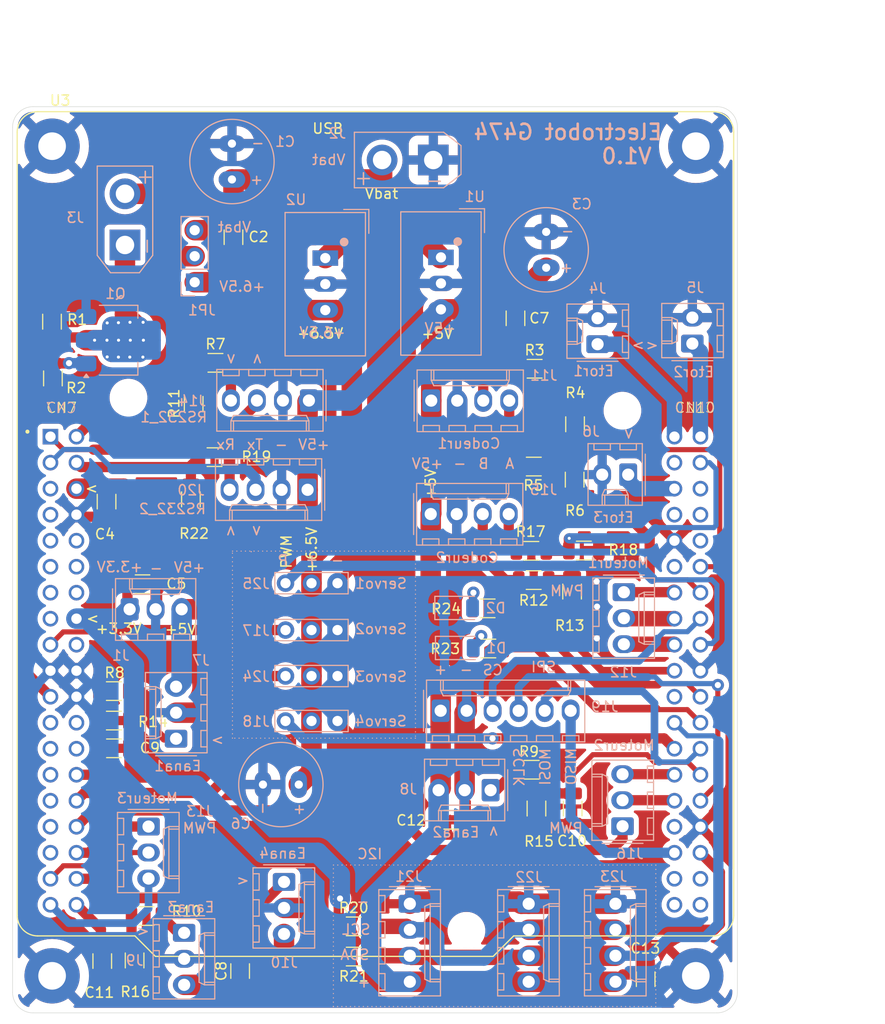
<source format=kicad_pcb>
(kicad_pcb (version 20240108) (generator "pcbnew") (generator_version "8.0")
  (layers (0 "F.Cu" signal) (31 "B.Cu" signal) (34 "B.Paste" user) (35 "F.Paste" user) (36 "B.SilkS" user "B.Silkscreen") (37 "F.SilkS" user "F.Silkscreen") (38 "B.Mask" user) (39 "F.Mask" user) (44 "Edge.Cuts" user))
  (net 0 "")
  (net 1 "GND")
  (net 2 "+5V")
  (net 3 "+3.3V")
  (net 4 "/VBAT")
  (net 5 "/+6.5V")
  (net 6 "/Eana1f")
  (net 7 "/Eana2f")
  (net 8 "/Eana3f")
  (net 9 "Net-(D1-A)")
  (net 10 "Net-(D2-A)")
  (net 11 "/I2C_SDA")
  (net 12 "/I2C_SCL")
  (net 13 "/Etor1")
  (net 14 "/Etor2")
  (net 15 "/Mot1_PWM")
  (net 16 "/Mot1_Sens2")
  (net 17 "/Mot1_Sens1")
  (net 18 "/Mot2_Sens2")
  (net 19 "/Mot2_Sens1")
  (net 20 "/Mot2_PWM")
  (net 21 "/Mot3_PWM")
  (net 22 "/Mot3_Sens1")
  (net 23 "/Mot3_Sens2")
  (net 24 "/Servo1_PWM")
  (net 25 "/Servo2_PWM")
  (net 26 "/Servo3_PWM")
  (net 27 "/Servo4_PWM")
  (net 28 "/SPI_MISO")
  (net 29 "/SPI_CLK")
  (net 30 "/SPI_MOSI")
  (net 31 "/SPI_CS1")
  (net 32 "/Eana1")
  (net 33 "/Eana2")
  (net 34 "/Eana3")
  (net 35 "/Eana4")
  (net 36 "/Etor3")
  (net 37 "/Cde_Mosfet")
  (net 38 "/Codeur1_B")
  (net 39 "/Codeur1_A")
  (net 40 "/Codeur2_B")
  (net 41 "/Codeur2_A")
  (net 42 "/LED1")
  (net 43 "/LED2")
  (net 44 "/DRAIN")
  (net 45 "Net-(J11-Pin_4)")
  (net 46 "Net-(J11-Pin_3)")
  (net 47 "Net-(J14-Pin_4)")
  (net 48 "/RS232_1_TX")
  (net 49 "Net-(J15-Pin_3)")
  (net 50 "Net-(J15-Pin_4)")
  (net 51 "/RS232_2_TX")
  (net 52 "Net-(J20-Pin_4)")
  (net 53 "/RS232_1_RX")
  (net 54 "/RS232_2_RX")
  (net 85 "/+Vmosfet")
  (footprint "Resistor_SMD:R_1206_3216Metric" (layer "F.Cu") (at 141.76 107.89)
    (property "Reference" "R9")
    (property "Value" "R")
  )
  (footprint "Resistor_SMD:R_1206_3216Metric" (layer "F.Cu") (at 100.945 103.09)
    (property "Reference" "R14")
    (property "Value" "R")
  )
  (footprint "Resistor_SMD:R_1206_3216Metric" (layer "F.Cu") (at 108.74 72.16 90)
    (property "Reference" "R11")
    (property "Value" "NC")
  )
  (footprint "MountingHole:MountingHole_2.7mm_M2.5_Pad" (layer "F.Cu") (at 157.8 128.02)
    (property "Reference" "H4" (hide yes))
    (property "Value" "MountingHole_Pad" (hide yes))
  )
  (footprint "Resistor_SMD:R_1206_3216Metric" (layer "F.Cu") (at 137.4575 92.13 180)
    (property "Reference" "R24")
    (property "Value" "470")
  )
  (footprint "Resistor_SMD:R_1206_3216Metric" (layer "F.Cu") (at 104.13 122.18 180)
    (property "Reference" "R10")
    (property "Value" "R")
  )
  (footprint "Capacitor_SMD:C_1206_3216Metric" (layer "F.Cu") (at 133.9 112.78)
    (property "Reference" "C12")
    (property "Value" "100n")
  )
  (footprint "Resistor_SMD:R_1206_3216Metric" (layer "F.Cu") (at 137.5275 96.05 180)
    (property "Reference" "R23")
    (property "Value" "470")
  )
  (footprint "Resistor_SMD:R_1206_3216Metric" (layer "F.Cu") (at 94.9 64.13 90)
    (property "Reference" "R1")
    (property "Value" "1M")
  )
  (footprint "Resistor_SMD:R_1206_3216Metric" (layer "F.Cu") (at 146.86 86.48)
    (property "Reference" "R18")
    (property "Value" "18k")
  )
  (footprint "Capacitor_SMD:C_1206_3216Metric" (layer "F.Cu") (at 145.77 111.68 90)
    (property "Reference" "C10")
    (property "Value" "Value")
  )
  (footprint "Capacitor_SMD:C_1206_3216Metric" (layer "F.Cu") (at 100.945 105.8 180)
    (property "Reference" "C9")
    (property "Value" "Value")
  )
  (footprint "Resistor_SMD:R_1206_3216Metric" (layer "F.Cu") (at 142.23 111.68 -90)
    (property "Reference" "R15")
    (property "Value" "R")
  )
  (footprint "MountingHole:MountingHole_2.7mm_M2.5_Pad" (layer "F.Cu") (at 94.91 128.02)
    (property "Reference" "H3" (hide yes))
    (property "Value" "MountingHole_Pad" (hide yes))
  )
  (footprint "Resistor_SMD:R_1206_3216Metric" (layer "F.Cu") (at 100.945 100.21 180)
    (property "Reference" "R8")
    (property "Value" "R")
  )
  (footprint "Capacitor_SMD:C_1206_3216Metric" (layer "F.Cu") (at 112.63 55.88 -90)
    (property "Reference" "C2")
    (property "Value" "100n")
  )
  (footprint "Capacitor_SMD:C_1206_3216Metric" (layer "F.Cu") (at 103.745 89.77)
    (property "Reference" "C5")
    (property "Value" "100n")
  )
  (footprint "Resistor_SMD:R_1206_3216Metric" (layer "F.Cu") (at 145.71 90.49 -90)
    (property "Reference" "R13")
    (property "Value" "18k")
  )
  (footprint "Resistor_SMD:R_1206_3216Metric" (layer "F.Cu") (at 142.05 68.73)
    (property "Reference" "R3")
    (property "Value" "10k")
  )
  (footprint "Capacitor_SMD:C_1206_3216Metric" (layer "F.Cu") (at 152.9 128.35 -90)
    (property "Reference" "C13")
    (property "Value" "100n")
  )
  (footprint "Resistor_SMD:R_1206_3216Metric" (layer "F.Cu") (at 110.87 68.15 180)
    (property "Reference" "R7")
    (property "Value" "0")
  )
  (footprint "Resistor_SMD:R_1206_3216Metric" (layer "F.Cu") (at 108.47 81.48 90)
    (property "Reference" "R22")
    (property "Value" "NC")
  )
  (footprint "Resistor_SMD:R_1206_3216Metric" (layer "F.Cu") (at 124.38 123.19)
    (property "Reference" "R20")
    (property "Value" "2.2k")
  )
  (footprint "MountingHole:MountingHole_2.7mm_M2.5_Pad" (layer "F.Cu") (at 157.8 46.99)
    (property "Reference" "H1" (hide yes))
    (property "Value" "MountingHole_Pad" (hide yes))
  )
  (footprint "MountingHole:MountingHole_2.7mm_M2.5_Pad" (layer "F.Cu") (at 94.91 46.99)
    (property "Reference" "H2" (hide yes))
    (property "Value" "MountingHole_Pad" (hide yes))
  )
  (footprint "Resistor_SMD:R_1206_3216Metric" (layer "F.Cu") (at 102.97 126.5175 -90)
    (property "Reference" "R16")
    (property "Value" "R")
  )
  (footprint "Resistor_SMD:R_1206_3216Metric" (layer "F.Cu") (at 141.96 89.37)
    (property "Reference" "R12")
    (property "Value" "10k")
  )
  (footprint "Resistor_SMD:R_1206_3216Metric" (layer "F.Cu") (at 124.38 126.14)
    (property "Reference" "R21")
    (property "Value" "2.2k")
  )
  (footprint "Capacitor_SMD:C_1206_3216Metric" (layer "F.Cu") (at 99.81 126.58 90)
    (property "Reference" "C11")
    (property "Value" "Value")
  )
  (footprint "Resistor_SMD:R_1206_3216Metric" (layer "F.Cu") (at 110.78 77.36 180)
    (property "Reference" "R19")
    (property "Value" "0")
  )
  (footprint "Capacitor_SMD:C_1206_3216Metric" (layer "F.Cu") (at 140.18 63.8 -90)
    (property "Reference" "C7")
    (property "Value" "100n")
  )
  (footprint "Nucleo-STM32:Nucleo64-G474RE_ExtensionShield_Bottom" (layer "F.Cu") (at 126.4997 84.87)
    (property "Reference" "U3")
    (property "Value" "Nucleo64-STM32G474RE")
  )
  (footprint "Resistor_SMD:R_1206_3216Metric" (layer "F.Cu") (at 141.73 86.51)
    (property "Reference" "R17")
    (property "Value" "10k")
  )
  (footprint "Resistor_SMD:R_1206_3216Metric" (layer "F.Cu") (at 146 74.15 90)
    (property "Reference" "R4")
    (property "Value" "18k")
  )
  (footprint "Resistor_SMD:R_1206_3216Metric" (layer "F.Cu") (at 94.99 69.67 -90)
    (property "Reference" "R2")
    (property "Value" "18k")
  )
  (footprint "Capacitor_SMD:C_1206_3216Metric" (layer "F.Cu") (at 100.23 81.705 -90)
    (property "Reference" "C4")
    (property "Value" "100n")
  )
  (footprint "Resistor_SMD:R_1206_3216Metric" (layer "F.Cu") (at 141.97 78.28)
    (property "Reference" "R5")
    (property "Value" "10k")
  )
  (footprint "Capacitor_SMD:C_1206_3216Metric" (layer "F.Cu") (at 113.28 127.555 90)
    (property "Reference" "C8")
    (property "Value" "100n")
  )
  (footprint "Resistor_SMD:R_1206_3216Metric" (layer "F.Cu") (at 145.96 79.56 -90)
    (property "Reference" "R6")
    (property "Value" "18k")
  )
  (footprint "XT30:AMASS_XT30UPB-F_1x02_P5.0mm_Vertical" (layer "B.Cu") (at 102.03 56.64 90)
    (property "Reference" "J3")
    (property "Value" "Conn_XT30F")
  )
  (footprint "Connector_Molex:Molex_KK-254_AE-6410-03A_1x03_P2.54mm_Vertical" (layer "B.Cu") (at 150.77 90.55 -90)
    (property "Reference" "J12")
    (property "Value" "Conn_01x04")
  )
  (footprint "LED_SMD:LED_1206_3216Metric" (layer "B.Cu") (at 134.6475 96)
    (property "Reference" "D1")
    (property "Value" "LED")
  )
  (footprint "Passive:C_Radial_D8.0mm_H11.5mm_P3.50mm" (layer "B.Cu") (at 119.01 109.34 180)
    (property "Reference" "C6")
    (property "Value" "220u")
  )
  (footprint "Connector_Molex:Molex_KK-254_AE-6410-03A_1x03_P2.54mm_Vertical" (layer "B.Cu") (at 102.485 92.22)
    (property "Reference" "J1")
    (property "Value" "Conn_01x03")
  )
  (footprint "Connector_Molex:Molex_KK-254_AE-6410-03A_1x03_P2.54mm_Vertical" (layer "B.Cu") (at 104.33 113.44 -90)
    (property "Reference" "J13")
    (property "Value" "Conn_01x04")
  )
  (footprint "Connector_Molex:Molex_KK-254_AE-6410-03A_1x03_P2.54mm_Vertical" (layer "B.Cu") (at 107.02 104.86 90)
    (property "Reference" "J7")
    (property "Value" "Conn_01x03")
  )
  (footprint "Connector_Molex:Molex_KK-254_AE-6410-04A_1x04_P2.54mm_Vertical" (layer "B.Cu") (at 120 71.83 180)
    (property "Reference" "J14")
    (property "Value" "Conn_01x04")
  )
  (footprint "Connector_Molex:Molex_KK-254_AE-6410-03A_1x03_P2.54mm_Vertical" (layer "B.Cu") (at 137.75 109.89 180)
    (property "Reference" "J8")
    (property "Value" "Conn_01x03")
  )
  (footprint "Connector_Molex:Molex_KK-254_AE-6410-03A_1x03_P2.54mm_Vertical" (layer "B.Cu") (at 117.57 118.85 -90)
    (property "Reference" "J10")
    (property "Value" "Conn_01x03")
  )
  (footprint "Connector_Molex:Molex_KK-254_AE-6410-03A_1x03_P2.54mm_Vertical" (layer "B.Cu") (at 107.81 123.82 -90)
    (property "Reference" "J9")
    (property "Value" "Conn_01x03")
  )
  (footprint "Servomotors:Servomotor-3x254" (layer "B.Cu") (at 117.7135 94.25)
    (property "Reference" "J17")
    (property "Value" "Conn_01x03")
  )
  (footprint "Connector_Molex:Molex_KK-254_AE-6410-04A_1x04_P2.54mm_Vertical" (layer "B.Cu") (at 141.47 120.98 -90)
    (property "Reference" "J22")
    (property "Value" "Conn_01x04")
  )
  (footprint "Convert_DCDC:Converter_DCDC_TRACO_TSR-2_THT" (layer "B.Cu") (at 121.6 57.92 -90)
    (property "Reference" "U2")
    (property "Value" "TSR_2-2465")
  )
  (footprint "XT30:AMASS_XT30UPB-M_1x02_P5.0mm_Vertical" (layer "B.Cu") (at 132.15 48.34 180)
    (property "Reference" "J2")
    (property "Value" "Conn_XT30M")
  )
  (footprint "LED_SMD:LED_1206_3216Metric" (layer "B.Cu") (at 134.5875 92.09)
    (property "Reference" "D2")
    (property "Value" "LED")
  )
  (footprint "Connector_Molex:Molex_KK-254_AE-6410-03A_1x03_P2.54mm_Vertical" (layer "B.Cu") (at 150.64 113.41 90)
    (property "Reference" "J16")
    (property "Value" "Conn_01x04")
  )
  (footprint "Convert_DCDC:Converter_DCDC_TRACO_TSR-2_THT" (layer "B.Cu") (at 132.9 57.85 -90)
    (property "Reference" "U1")
    (property "Value" "TSR_2-2450")
  )
  (footprint "Connector_PinHeader_2.54mm:PinHeader_1x03_P2.54mm_Vertical" (layer "B.Cu") (at 108.84 60.275)
    (property "Reference" "JP1")
    (property "Value" "SolderJumper_3_Open")
  )
  (footprint "Passive:C_Radial_D8.0mm_H11.5mm_P3.50mm" (layer "B.Cu") (at 143.18 58.86 90)
    (property "Reference" "C3")
    (property "Value" "220u")
  )
  (footprint "Connector_Molex:Molex_KK-254_AE-6410-06A_1x06_P2.54mm_Vertical" (layer "B.Cu") (at 132.87 102.13)
    (property "Reference" "J19")
    (property "Value" "Conn_01x06")
  )
  (footprint "Passive:C_Radial_D8.0mm_H11.5mm_P3.50mm" (layer "B.Cu") (at 112.48 50.24 90)
    (property "Reference" "C1")
    (property "Value" "220u")
  )
  (footprint "Connector_Molex:Molex_KK-254_AE-6410-04A_1x04_P2.54mm_Vertical" (layer "B.Cu") (at 131.95 71.84)
    (property "Reference" "J11")
    (property "Value" "Conn_01x04")
  )
  (footprint "Connector_Molex:Molex_KK-254_AE-6410-02A_1x02_P2.54mm_Vertical" (layer "B.Cu") (at 151.19 79.07 180)
    (property "Reference" "J6")
    (property "Value" "Conn_01x02")
  )
  (footprint "Connector_Molex:Molex_KK-254_AE-6410-04A_1x04_P2.54mm_Vertical" (layer "B.Cu") (at 129.86 120.98 -90)
    (property "Reference" "J21")
    (property "Value" "Conn_01x04")
  )
  (footprint "Package_TO_SOT_SMD:SOT-223-3_TabPin2" (layer "B.Cu") (at 101.38 65.94)
    (property "Reference" "Q1")
    (property "Value" "BSP-76")
  )
  (footprint "Servomotors:Servomotor-3x254" (layer "B.Cu") (at 117.7135 103.13)
    (property "Reference" "J18")
    (property "Value" "Conn_01x03")
  )
  (footprint "Connector_Molex:Molex_KK-254_AE-6410-04A_1x04_P2.54mm_Vertical" (layer "B.Cu") (at 119.87 80.55 180)
    (property "Reference" "J20")
    (property "Value" "Conn_01x04")
  )
  (footprint "Servomotors:Servomotor-3x254" (layer "B.Cu") (at 117.7135 98.74)
    (property "Reference" "J24")
    (property "Value" "Conn_01x03")
  )
  (footprint "Connector_Molex:Molex_KK-254_AE-6410-02A_1x02_P2.54mm_Vertical" (layer "B.Cu") (at 157.46 66.27 90)
    (property "Reference" "J5")
    (property "Value" "Conn_01x02")
  )
  (footprint "Connector_Molex:Molex_KK-254_AE-6410-04A_1x04_P2.54mm_Vertical" (layer "B.Cu") (at 131.9 82.92)
    (property "Reference" "J15")
    (property "Value" "Conn_01x04")
  )
  (footprint "Servomotors:Servomotor-3x254" (layer "B.Cu") (at 117.7135 89.67)
    (property "Reference" "J25")
    (property "Value" "Conn_01x03")
  )
  (footprint "Connector_Molex:Molex_KK-254_AE-6410-02A_1x02_P2.54mm_Vertical" (layer "B.Cu") (at 148.2 66.33 90)
    (property "Reference" "J4")
    (property "Value" "Conn_01x02")
  )
  (footprint "Connector_Molex:Molex_KK-254_AE-6410-04A_1x04_P2.54mm_Vertical" (layer "B.Cu") (at 149.95 120.98 -90)
    (property "Reference" "J23")
    (property "Value" "Conn_01x04")
  )
  (gr_rect (start 112.53 86.54) (end 130.41 104.81) (stroke (width 0.1) (type dot)) (fill none) (layer "B.SilkS"))
  (gr_rect (start 122.39 117.2) (end 153.89 131.02) (stroke (width 0.1) (type dot)) (fill none) (layer "B.SilkS"))
  (gr_circle (center 134.54 56.31) (end 134.916431 56.31) (stroke (width 0.1)) (fill solid) (layer "B.SilkS"))
  (gr_circle (center 123.44 56.35) (end 123.816431 56.35) (stroke (width 0.1)) (fill solid) (layer "B.SilkS"))
  (gr_rect (start 114.36 86.59) (end 114.36 86.59) (stroke (width 0.1) (type dash)) (fill none) (layer "B.SilkS"))
  (gr_arc (start 93.05 131.64) (mid 91.635786 131.054214) (end 91.05 129.64) (stroke (width 0.05)) (layer "Edge.Cuts"))
  (gr_line (start 91.05 129.64) (end 91.05 45.13) (stroke (width 0.05)) (layer "Edge.Cuts"))
  (gr_arc (start 159.86 43.13) (mid 161.274214 43.715786) (end 161.86 45.13) (stroke (width 0.05)) (layer "Edge.Cuts"))
  (gr_line (start 161.86 45.13) (end 161.86 129.64) (stroke (width 0.05)) (layer "Edge.Cuts"))
  (gr_arc (start 91.05 45.13) (mid 91.635786 43.715786) (end 93.05 43.13) (stroke (width 0.05)) (layer "Edge.Cuts"))
  (gr_line (start 93.05 43.13) (end 159.86 43.13) (stroke (width 0.05)) (layer "Edge.Cuts"))
  (gr_arc (start 161.86 129.64) (mid 161.274214 131.054214) (end 159.86 131.64) (stroke (width 0.05)) (layer "Edge.Cuts"))
  (gr_line (start 159.86 131.64) (end 93.05 131.64) (stroke (width 0.05)) (layer "Edge.Cuts"))
  (gr_text "RS232_1" (at 110.15 74.04 0) (layer "B.SilkS") (effects (font (size 1 1)) (justify left bottom mirror)))
  (gr_text "Vbat" (at 114.44 55.48 0) (layer "B.SilkS") (effects (font (size 1 1)) (justify left bottom mirror)))
  (gr_text "+5V" (at 133.2 78.58 0) (layer "B.SilkS") (effects (font (size 1 1)) (justify left bottom mirror)))
  (gr_text "-" (at 118.02 76.72 0) (layer "B.SilkS") (effects (font (size 1 1)) (justify left bottom mirror)))
  (gr_text "+" (at 119.58 111.06 90) (layer "B.SilkS") (effects (font (size 1 1)) (justify left bottom mirror)))
  (gr_text "<" (at 110.35 104.5 180) (layer "B.SilkS") (effects (font (size 1 1)) (justify left bottom mirror)))
  (gr_text "Moteur1" (at 153.3 88.26 0) (layer "B.SilkS") (effects (font (size 1 1)) (justify left bottom mirror)))
  (gr_text "-" (at 115.73 47.25 0) (layer "B.SilkS") (effects (font (size 1 1)) (justify left bottom mirror)))
  (gr_text "Eana4" (at 119.82 116.65 0) (layer "B.SilkS") (effects (font (size 1 1)) (justify left bottom mirror)))
  (gr_text "Rx" (at 112.88 76.72 0) (layer "B.SilkS") (effects (font (size 1 1)) (justify left bottom mirror)))
  (gr_text "I2C" (at 127.26 116.7 0) (layer "B.SilkS") (effects (font (size 1 1)) (justify left bottom mirror)))
  (gr_text "-" (at 125.98 121.34 0) (layer "B.SilkS") (effects (font (size 1 1)) (justify left bottom mirror)))
  (gr_text "<" (at 138.56 113.17 90) (layer "B.SilkS") (effects (font (size 1 1)) (justify left bottom mirror)))
  (gr_text "<" (at 150.73 75.81 -90) (layer "B.SilkS") (effects (font (size 1 1)) (justify left bottom mirror)))
  (gr_text "+5V" (at 134.45 65.36 0) (layer "B.SilkS") (effects (font (size 1 1)) (justify left bottom mirror)))
  (gr_text "<" (at 111.88 68.47 -90) (layer "B.SilkS") (effects (font (size 1 1)) (justify left bottom mirror)))
  (gr_text "PWM" (at 146.85 114.18 0) (layer "B.SilkS") (effects (font (size 1 1)) (justify left bottom mirror)))
  (gr_text "<" (at 104.52 124.2 0) (layer "B.SilkS") (effects (font (size 1 1)) (justify left bottom mirror)))
  (gr_text "MISO" (at 146.2 105.67 90) (layer "B.SilkS") (effects (font (size 1 1)) (justify left bottom mirror)))
  (gr_text "P" (at 118.05 88.03 0) (layer "B.SilkS") (effects (font (size 1 1)) (justify left bottom mirror)))
  (gr_text "SDA" (at 125.99 126.54 0) (layer "B.SilkS") (effects (font (size 1 1)) (justify left bottom mirror)))
  (gr_text "-" (at 146 55.85 0) (layer "B.SilkS") (effects (font (size 1 1)) (justify left bottom mirror)))
  (gr_text "-" (at 123.51 88 0) (layer "B.SilkS") (effects (font (size 1 1)) (justify left bottom mirror)))
  (gr_text "Codeur1" (at 138.8 76.61 0) (layer "B.SilkS") (effects (font (size 1 1)) (justify left bottom mirror)))
  (gr_text "Etor2" (at 159.66 69.63 0) (layer "B.SilkS") (effects (font (size 1 1)) (justify left bottom mirror)))
  (gr_text "Moteur2" (at 153.87 106.09 0) (layer "B.SilkS") (effects (font (size 1 1)) (justify left bottom mirror)))
  (gr_text "SCL" (at 126.1 124.08 0) (layer "B.SilkS") (effects (font (size 1 1)) (justify left bottom mirror)))
  (gr_text "+6.5V" (at 115.82 61.28 0) (layer "B.SilkS") (effects (font (size 1 1)) (justify left bottom mirror)))
  (gr_text "-" (at 116 110.94 90) (layer "B.SilkS") (effects (font (size 1 1)) (justify left bottom mirror)))
  (gr_text "Moteur3" (at 107.29 111.25 0) (layer "B.SilkS") (effects (font (size 1 1)) (justify left bottom mirror)))
  (gr_text "Etor1" (at 149.88 69.53 0) (layer "B.SilkS") (effects (font (size 1 1)) (justify left bottom mirror)))
  (gr_text "+" (at 115.61 50.83 0) (layer "B.SilkS") (effects (font (size 1 1)) (justify left bottom mirror)))
  (gr_text "Servo1" (at 129.66 90.29 0) (layer "B.SilkS") (effects (font (size 1 1)) (justify left bottom mirror)))
  (gr_text "SPI" (at 144.24 98.44 0) (layer "B.SilkS") (effects (font (size 1 1)) (justify left bottom mirror)))
  (gr_text "<" (at 114.37 85.26 -90) (layer "B.SilkS") (effects (font (size 1 1)) (justify left bottom mirror)))
  (gr_text "+" (at 126.1 129.23 0) (layer "B.SilkS") (effects (font (size 1 1)) (justify left bottom mirror)))
  (gr_text "Servo2" (at 129.66 94.72 0) (layer "B.SilkS") (effects (font (size 1 1)) (justify left bottom mirror)))
  (gr_text "Codeur2" (at 138.63 87.76 0) (layer "B.SilkS") (effects (font (size 1 1)) (justify left bottom mirror)))
  (gr_text "Etor3" (at 151.82 83.83 0) (layer "B.SilkS") (effects (font (size 1 1)) (justify left bottom mirror)))
  (gr_text "+5V" (at 122.11 76.72 0) (layer "B.SilkS") (effects (font (size 1 1)) (justify left bottom mirror)))
  (gr_text "A" (at 140.15 78.58 0) (layer "B.SilkS") (effects (font (size 1 1)) (justify left bottom mirror)))
  (gr_text "V1.0" (at 153.63 48.84 0) (layer "B.SilkS") (effects (font (size 1.5 1.5) (thickness 0.25) (bold yes)) (justify left bottom mirror)))
  (gr_text "<" (at 154.24 66.98 0) (layer "B.SilkS") (effects (font (size 1 1)) (justify left bottom mirror)))
  (gr_text "+6.5V" (at 123.66 65.76 0) (layer "B.SilkS") (effects (font (size 1 1)) (justify left bottom mirror)))
  (gr_text "Eana1" (at 109.57 108.12 0) (layer "B.SilkS") (effects (font (size 1 1)) (justify left bottom mirror)))
  (gr_text "PWM" (at 146.96 91.01 0) (layer "B.SilkS") (effects (font (size 1 1)) (justify left bottom mirror)))
  (gr_text "+" (at 145.88 59.43 0) (layer "B.SilkS") (effects (font (size 1 1)) (justify left bottom mirror)))
  (gr_text "-" (at 135.46 78.56 0) (layer "B.SilkS") (effects (font (size 1 1)) (justify left bottom mirror)))
  (gr_text "<" (at 151.45 65.94 180) (layer "B.SilkS") (effects (font (size 1 1)) (justify left bottom mirror)))
  (gr_text "-" (at 136.09 98.69 0) (layer "B.SilkS") (effects (font (size 1 1)) (justify left bottom mirror)))
  (gr_text "Vbat" (at 123.66 48.9 0) (layer "B.SilkS") (effects (font (size 1 1)) (justify left bottom mirror)))
  (gr_text "Electrobot G474" (at 154.64 46.49 0) (layer "B.SilkS") (effects (font (size 1.5 1.5) (thickness 0.25) (bold yes)) (justify left bottom mirror)))
  (gr_text "B" (at 137.66 78.58 0) (layer "B.SilkS") (effects (font (size 1 1)) (justify left bottom mirror)))
  (gr_text "PWM" (at 111.06 114.18 0) (layer "B.SilkS") (effects (font (size 1 1)) (justify left bottom mirror)))
  (gr_text "RS232_2" (at 110.03 83 0) (layer "B.SilkS") (effects (font (size 1 1)) (justify left bottom mirror)))
  (gr_text "Eana2" (at 136.74 114.58 0) (layer "B.SilkS") (effects (font (size 1 1)) (justify left bottom mirror)))
  (gr_text "<" (at 115.47 67.04 90) (layer "B.SilkS") (effects (font (size 1 1)) (justify left bottom mirror)))
  (gr_text "Eana3" (at 110.84 121.9 0) (layer "B.SilkS") (effects (font (size 1 1)) (justify left bottom mirror)))
  (gr_text "SCLK" (at 141.14 105.65 90) (layer "B.SilkS") (effects (font (size 1 1)) (justify left bottom mirror)))
  (gr_text "Servo3" (at 129.66 99.39 0) (layer "B.SilkS") (effects (font (size 1 1)) (justify left bottom mirror)))
  (gr_text "+3.3V" (at 103.86 88.68 0) (layer "B.SilkS") (effects (font (size 1 1)) (justify left bottom mirror)))
  (gr_text "+" (at 133.58 98.68 0) (layer "B.SilkS") (effects (font (size 1 1)) (justify left bottom mirror)))
  (gr_text "+" (at 121.01 87.94 0) (layer "B.SilkS") (effects (font (size 1 1)) (justify left bottom mirror)))
  (gr_text "<" (at 114.26 119.26 0) (layer "B.SilkS") (effects (font (size 1 1)) (justify left bottom mirror)))
  (gr_text "<" (at 112.88 83.84 90) (layer "B.SilkS") (effects (font (size 1 1)) (justify left bottom mirror)))
  (gr_text "Tx" (at 115.62 76.72 0) (layer "B.SilkS") (effects (font (size 1 1)) (justify left bottom mirror)))
  (gr_text "MOSI" (at 143.67 105.7 90) (layer "B.SilkS") (effects (font (size 1 1)) (justify left bottom mirror)))
  (gr_text "Servo4" (at 129.65 103.73 0) (layer "B.SilkS") (effects (font (size 1 1)) (justify left bottom mirror)))
  (gr_text "CS" (at 139.04 98.74 0) (layer "B.SilkS") (effects (font (size 1 1)) (justify left bottom mirror)))
  (gr_text "+5V" (at 109.96 88.72 0) (layer "B.SilkS") (effects (font (size 1 1)) (justify left bottom mirror)))
  (gr_text "-" (at 105.8 88.78 0) (layer "B.SilkS") (effects (font (size 1 1)) (justify left bottom mirror)))
  (gr_text "PWM" (at 118.39 88.33 90) (layer "F.SilkS") (effects (font (size 1 1)) (justify left bottom)))
  (gr_text "USB" (at 120.25 45.85 0) (layer "F.SilkS") (effects (font (size 1 1)) (justify left bottom)))
  (gr_text "<" (at 98.16 93.68 0) (layer "F.SilkS") (effects (font (size 1 1)) (justify left bottom)))
  (gr_text "+6.5V" (at 118.77 65.86 0) (layer "F.SilkS") (effects (font (size 1 1)) (justify left bottom)))
  (gr_text "+5V" (at 132.48 81.61 90) (layer "F.SilkS") (effects (font (size 1 1)) (justify left bottom)))
  (gr_text "+5V" (at 105.84 94.75 0) (layer "F.SilkS") (effects (font (size 1 1)) (justify left bottom)))
  (gr_text "+5V" (at 130.91 65.89 0) (layer "F.SilkS") (effects (font (size 1 1)) (justify left bottom)))
  (gr_text "<" (at 98.05 80.97 0) (layer "F.SilkS") (effects (font (size 1 1)) (justify left bottom)))
  (gr_text "Vbat" (at 125.38 52.2 0) (layer "F.SilkS") (effects (font (size 1 1)) (justify left bottom)))
  (gr_text "+6.5V" (at 120.85 88.75 90) (layer "F.SilkS") (effects (font (size 1 1)) (justify left bottom)))
  (gr_text "+3.3V" (at 99.09 94.7 0) (layer "F.SilkS") (effects (font (size 1 1)) (justify left bottom)))
  (segment (start 152.9 129.825) (end 151.675 129.825) (width 1) (layer "F.Cu") (net 1))
  (segment (start 105.025 92.22) (end 105.025 89.965) (width 1) (layer "F.Cu") (net 1))
  (segment (start 100.23 83.18) (end 97.4897 83.18) (width 1) (layer "F.Cu") (net 1))
  (segment (start 135.21 102.33) (end 135.41 102.13) (width 2) (layer "F.Cu") (net 1))
  (segment (start 151.675 129.825) (end 151.02 130.48) (width 1) (layer "F.Cu") (net 1))
  (segment (start 135.41 102.13) (end 135.41 99.98) (width 2) (layer "F.Cu") (net 1))
  (segment (start 130.07 120.77) (end 129.86 120.98) (width 2) (layer "F.Cu") (net 1))
  (segment (start 135.21 109.89) (end 135.21 102.33) (width 2) (layer "F.Cu") (net 1))
  (segment (start 140.74 120.98) (end 140.53 120.77) (width 2) (layer "F.Cu") (net 1))
  (segment (start 134.49 71.84) (end 134.49 82.87) (width 2) (layer "F.Cu") (net 1))
  (segment (start 135.21 109.89) (end 135.21 112.615) (width 1) (layer "F.Cu") (net 1))
  (segment (start 140.53 120.77) (end 130.07 120.77) (width 2) (layer "F.Cu") (net 1))
  (segment (start 117.57 121.39) (end 119.98 121.39) (width 2) (layer "F.Cu") (net 1))
  (segment (start 97.4897 83.18) (end 97.2897 82.98) (width 1) (layer "F.Cu") (net 1))
  (segment (start 149.95 120.98) (end 141.47 120.98) (width 2) (layer "F.Cu") (net 1))
  (segment (start 105.025 89.965) (end 105.22 89.77) (width 1) (layer "F.Cu") (net 1))
  (segment (start 107.02 102.32) (end 109.7 102.32) (width 2) (layer "F.Cu") (net 1))
  (segment (start 135.21 112.615) (end 135.375 112.78) (width 1) (layer "F.Cu") (net 1))
  (segment (start 109.7 102.32) (end 109.71 102.33) (width 2) (layer "F.Cu") (net 1))
  (segment (start 141.47 120.98) (end 140.74 120.98) (width 2) (layer "F.Cu") (net 1))
  (via (at 148.15 91.96) (size 1.2) (drill 0.6) (layers "F.Cu" "B.Cu") (net 1))
  (via (at 148.13 95.06) (size 1.2) (drill 0.6) (layers "F.Cu" "B.Cu") (net 1))
  (via (at 148.11 89.5) (size 1.2) (drill 0.6) (layers "F.Cu" "B.Cu") (net 1))
  (segment (start 134.49 82.87) (end 134.44 82.92) (width 2) (layer "B.Cu") (net 1))
  (segment (start 134.49 71.84) (end 134.49 82.87) (width 2) (layer "B.Cu") (net 1))
  (segment (start 122.7935 89.67) (end 122.7935 103.13) (width 2) (layer "B.Cu") (net 1))
  (segment (start 155.07 128.02) (end 153.36 129.73) (width 2) (layer "B.Cu") (net 1))
  (segment (start 157.8 128.02) (end 155.07 128.02) (width 2) (layer "B.Cu") (net 1))
  (segment (start 131.95 71.84) (end 131.95 64.97) (width 2) (layer "F.Cu") (net 2))
  (segment (start 131.9 97.97) (end 132.87 98.94) (width 2) (layer "F.Cu") (net 2))
  (segment (start 110.435 92.22) (end 115.6825 86.9725) (width 2) (layer "F.Cu") (net 2))
  (segment (start 107.81 128.9) (end 116.08 128.9) (width 2) (layer "F.Cu") (net 2))
  (segment (start 132.9 62.93) (end 139.11 62.93) (width 2) (layer "F.Cu") (net 2))
  (segment (start 101.88 80.44) (end 108.4125 86.9725) (width 2) (layer "F.Cu") (net 2))
  (segment (start 132.9 64.02) (end 132.9 62.93) (width 2) (layer "F.Cu") (net 2))
  (segment (start 107.565 92.22) (end 110.435 92.22) (width 2) (layer "F.Cu") (net 2))
  (segment (start 115.6825 86.9725) (end 119.87 82.785) (width 2) (layer "F.Cu") (net 2))
  (segment (start 132.67 109.89) (end 132.67 112.535) (width 1) (layer "F.Cu") (net 2))
  (segment (start 132.87 98.94) (end 132.87 102.13) (width 2) (layer "F.Cu") (net 2))
  (segment (start 131.9 82.92) (end 131.9 97.97) (width 2) (layer "F.Cu") (net 2))
  (segment (start 131.95 71.84) (end 131.95 82.87) (width 2) (layer "F.Cu") (net 2))
  (segment (start 116.38 128.6) (end 129.86 128.6) (width 2) (layer "F.Cu") (net 2))
  (segment (start 97.2897 80.44) (end 101.88 80.44) (width 2) (layer "F.Cu") (net 2))
  (segment (start 132.87 109.69) (end 132.67 109.89) (width 2) (layer "F.Cu") (net 2))
  (segment (start 97.4997 80.23) (end 97.2897 80.44) (width 1) (layer "F.Cu") (net 2))
  (segment (start 116.08 128.9) (end 117.57 127.41) (width 2) (layer "F.Cu") (net 2))
  (segment (start 131.95 64.97) (end 132.9 64.02) (width 2) (layer "F.Cu") (net 2))
  (segment (start 150.66 127.89) (end 149.95 128.6) (width 1) (layer "F.Cu") (net 2))
  (segment (start 129.86 128.6) (end 141.47 128.6) (width 2) (layer "F.Cu") (net 2))
  (segment (start 117.57 127.41) (end 117.57 123.93) (width 2) (layer "F.Cu") (net 2))
  (segment (start 119.87 80.55) (end 119.87 71.96) (width 2) (layer "F.Cu") (net 2))
  (segment (start 152.9 126.875) (end 151.885 127.89) (width 1) (layer "F.Cu") (net 2))
  (segment (start 119.87 71.96) (end 120 71.83) (width 2) (layer "F.Cu") (net 2))
  (segment (start 151.885 127.89) (end 150.66 127.89) (width 1) (layer "F.Cu") (net 2))
  (segment (start 108.4125 86.9725) (end 115.6825 86.9725) (width 2) (layer "F.Cu") (net 2))
  (segment (start 132.67 112.535) (end 132.425 112.78) (width 1) (layer "F.Cu") (net 2))
  (segment (start 100.23 80.23) (end 97.4997 80.23) (width 1) (layer "F.Cu") (net 2))
  (segment (start 141.47 128.6) (end 149.95 128.6) (width 2) (layer "F.Cu") (net 2))
  (segment (start 119.87 82.785) (end 119.87 80.55) (width 2) (layer "F.Cu") (net 2))
  (segment (start 132.87 105.01) (end 132.87 109.69) (width 2) (layer "F.Cu") (net 2))
  (segment (start 131.95 82.87) (end 131.9 82.92) (width 2) (layer "F.Cu") (net 2))
  (segment (start 132.87 102.13) (end 132.87 105.01) (width 2) (layer "F.Cu") (net 2))
  (segment (start 116.08 128.9) (end 116.38 128.6) (width 2) (layer "F.Cu") (net 2))
  (segment (start 139.11 62.93) (end 143.18 58.86) (width 2) (layer "F.Cu") (net 2))
  (segment (start 107.565 99.235) (end 107.02 99.78) (width 2) (layer "B.Cu") (net 2))
  (segment (start 132.67 109.89) (end 132.67 113.95127) (width 2) (layer "B.Cu") (net 2))
  (segment (start 107.565 92.22) (end 107.565 99.235) (width 2) (layer "B.Cu") (net 2))
  (segment (start 120 71.83) (end 124 71.83) (width 2) (layer "B.Cu") (net 2))
  (segment (start 126.08 120.54127) (end 126.08 126.81) (width 2) (layer "B.Cu") (net 2))
  (segment (start 132.67 113.95127) (end 126.08 120.54127) (width 2) (layer "B.Cu") (net 2))
  (segment (start 124 71.83) (end 132.9 62.93) (width 2) (layer "B.Cu") (net 2))
  (segment (start 126.08 126.81) (end 127.87 128.6) (width 2) (layer "B.Cu") (net 2))
  (segment (start 127.87 128.6) (end 129.86 128.6) (width 2) (layer "B.Cu") (net 2))
  (segment (start 122.9175 120.5925) (end 123.04 120.47) (width 1) (layer "F.Cu") (net 3))
  (segment (start 102.27 89.77) (end 102.27 92.005) (width 1) (layer "F.Cu") (net 3))
  (segment (start 122.9175 126.14) (end 122.9175 120.5925) (width 1) (layer "F.Cu") (net 3))
  (segment (start 102.27 92.005) (end 102.485 92.22) (width 1) (layer "F.Cu") (net 3))
  (via (at 123.04 120.47) (size 1.2) (drill 0.6) (layers "F.Cu" "B.Cu") (net 3))
  (segment (start 102.9 97.67267) (end 102.9 106.42) (width 2) (layer "B.Cu") (net 3))
  (segment (start 108.94 109.43) (end 115.52 116.01) (width 2) (layer "B.Cu") (net 3))
  (segment (start 105.91 109.43) (end 108.94 109.43) (width 2) (layer "B.Cu") (net 3))
  (segment (start 97.2897 93.14) (end 98.36733 93.14) (width 2) (layer "B.Cu") (net 3))
  (segment (start 98.36733 93.14) (end 102.9 97.67267) (width 2) (layer "B.Cu") (net 3))
  (segment (start 123.02 120.45) (end 123.04 120.47) (width 2) (layer "B.Cu") (net 3))
  (segment (start 115.52 116.01) (end 120.86 116.01) (width 2) (layer "B.Cu") (net 3))
  (segment (start 120.86 116.01) (end 123.02 118.17) (width 2) (layer "B.Cu") (net 3))
  (segment (start 102.9 106.42) (end 105.91 109.43) (width 2) (layer "B.Cu") (net 3))
  (segment (start 123.02 118.17) (end 123.02 120.45) (width 2) (layer "B.Cu") (net 3))
  (segment (start 97.2897 93.14) (end 101.565 93.14) (width 2) (layer "B.Cu") (net 3))
  (segment (start 101.565 93.14) (end 102.485 92.22) (width 2) (layer "B.Cu") (net 3))
  (segment (start 112.63 53.02) (end 112.63 50.39) (width 2) (layer "F.Cu") (net 4))
  (segment (start 127.15 48.34) (end 127.15 52.37) (width 2) (layer "F.Cu") (net 4))
  (segment (start 112.63 54.405) (end 112.63 53.02) (width 2) (layer "F.Cu") (net 4))
  (segment (start 127.15 52.1) (end 132.9 57.85) (width 2) (layer "F.Cu") (net 4))
  (segment (start 108.84 55.195) (end 110.455 55.195) (width 2) (layer "F.Cu") (net 4))
  (segment (start 110.455 55.195) (end 112.63 53.02) (width 2) (layer "F.Cu") (net 4))
  (segment (start 132.83 57.92) (end 132.9 57.85) (width 2) (layer "F.Cu") (net 4))
  (segment (start 112.63 50.39) (end 112.48 50.24) (width 2) (layer "F.Cu") (net 4))
  (segment (start 127.15 52.37) (end 121.6 57.92) (width 2) (layer "F.Cu") (net 4))
  (segment (start 126.9 50.24) (end 127.15 50.49) (width 2) (layer "F.Cu") (net 4))
  (segment (start 112.48 50.24) (end 126.9 50.24) (width 2) (layer "F.Cu") (net 4))
  (segment (start 127.15 48.34) (end 127.15 50.49) (width 2) (layer "F.Cu") (net 4))
  (segment (start 127.15 50.49) (end 127.15 52.1) (width 2) (layer "F.Cu") (net 4))
  (segment (start 120.2535 108.0965) (end 119.01 109.34) (width 2) (layer "F.Cu") (net 5))
  (segment (start 124.19 64.53) (end 124.19 83.21) (width 2) (layer "F.Cu") (net 5))
  (segment (start 118.01 63.02) (end 118.03 63) (width 2) (layer "F.Cu") (net 5))
  (segment (start 115.265 60.275) (end 118.01 63.02) (width 2) (layer "F.Cu") (net 5))
  (segment (start 122.05 85.35) (end 120.2535 87.1465) (width 2) (layer "F.Cu") (net 5))
  (segment (start 120.2535 103.13) (end 120.2535 98.74) (width 2) (layer "F.Cu") (net 5))
  (segment (start 120.2535 94.25) (end 120.2535 98.74) (width 2) (layer "F.Cu") (net 5))
  (segment (start 122.66 63) (end 124.19 64.53) (width 2) (layer "F.Cu") (net 5))
  (segment (start 108.84 60.275) (end 115.265 60.275) (width 2) (layer "F.Cu") (net 5))
  (segment (start 120.2535 103.13) (end 120.2535 108.0965) (width 2) (layer "F.Cu") (net 5))
  (segment (start 124.19 83.21) (end 122.05 85.35) (width 2) (layer "F.Cu") (net 5))
  (segment (start 118.03 63) (end 121.6 63) (width 2) (layer "F.Cu") (net 5))
  (segment (start 121.6 63) (end 122.66 63) (width 2) (layer "F.Cu") (net 5))
  (segment (start 120.2535 89.67) (end 120.2535 94.25) (width 2) (layer "F.Cu") (net 5))
  (segment (start 120.2535 87.1465) (end 120.2535 89.67) (width 2) (layer "F.Cu") (net 5))
  (segment (start 99.4825 105.7875) (end 99.47 105.8) (width 0.75) (layer "F.Cu") (net 6))
  (segment (start 99.47 107.78) (end 99.47 105.8) (width 1) (layer "F.Cu") (net 6))
  (segment (start 99.4825 100.21) (end 99.4825 105.7875) (width 1) (layer "F.Cu") (net 6))
  (segment (start 98.87 108.38) (end 99.47 107.78) (width 1) (layer "F.Cu") (net 6))
  (segment (start 97.2897 108.38) (end 98.87 108.38) (width 1) (layer "F.Cu") (net 6))
  (segment (start 143.2225 107.89) (end 143.2225 109.225) (width 1) (layer "F.Cu") (net 7))
  (segment (start 158.2497 108.38) (end 157.0377 107.168) (width 0.5) (layer "F.Cu") (net 7))
  (segment (start 143.2225 107.89) (end 143.2225 109.0025) (width 1) (layer "F.Cu") (net 7))
  (segment (start 143.2225 109.0025) (end 144.425 110.205) (width 1) (layer "F.Cu") (net 7))
  (segment (start 145.77 108.39) (end 145.77 110.205) (width 0.5) (layer "F.Cu") (net 7))
  (segment (start 144.425 110.205) (end 145.77 110.205) (width 1) (layer "F.Cu") (net 7))
  (segment (start 153.01 106.42) (end 153.04 106.42) (width 0.5) (layer "F.Cu") (net 7))
  (segment (start 143.2225 109.225) (end 142.23 110.2175) (width 1) (layer "F.Cu") (net 7))
  (segment (start 153.758 107.168) (end 153.01 106.42) (width 0.5) (layer "F.Cu") (net 7))
  (segment (start 153.04 106.42) (end 147.74 106.42) (width 0.5) (layer "F.Cu") (net 7))
  (segment (start 153.04 106.42) (end 153.47 106.85) (width 0.5) (layer "F.Cu") (net 7))
  (segment (start 157.0377 107.168) (end 153.758 107.168) (width 0.5) (layer "F.Cu") (net 7))
  (segment (start 147.74 106.42) (end 145.77 108.39) (width 0.5) (layer "F.Cu") (net 7))
  (segment (start 97.2897 121.08) (end 99.68 123.4703) (width 1) (layer "F.Cu") (net 8))
  (segment (start 102.97 125.055) (end 99.86 125.055) (width 1) (layer "F.Cu") (net 8))
  (segment (start 99.86 125.055) (end 99.81 125.105) (width 1) (layer "F.Cu") (net 8))
  (segment (start 102.6675 122.18) (end 102.6675 124.7525) (width 1) (layer "F.Cu") (net 8))
  (segment (start 99.68 123.4703) (end 99.68 124.975) (width 1) (layer "F.Cu") (net 8))
  (segment (start 102.6675 124.7525) (end 102.97 125.055) (width 1) (layer "F.Cu") (net 8))
  (segment (start 99.68 124.975) (end 99.81 125.105) (width 1) (layer "F.Cu") (net 8))
  (segment (start 136.065 96.05) (end 136.065 95.605) (width 0.75) (layer "F.Cu") (net 9))
  (segment (start 136.065 95.605) (end 136.83 94.84) (width 0.75) (layer "F.Cu") (net 9))
  (via (at 136.83 94.84) (size 1.2) (drill 0.6) (layers "F.Cu" "B.Cu") (net 9))
  (segment (start 136.83 95.2175) (end 136.0475 96) (width 0.75) (layer "B.Cu") (net 9))
  (segment (start 136.0175 96.03) (end 136.0475 96) (width 0.5) (layer "B.Cu") (net 9))
  (segment (start 136.83 94.84) (end 136.83 95.2175) (width 0.75) (layer "B.Cu") (net 9))
  (segment (start 135.995 90.675) (end 136.07 90.6) (width 0.75) (layer "F.Cu") (net 10))
  (segment (start 135.995 92.13) (end 135.995 90.675) (width 0.75) (layer "F.Cu") (net 10))
  (via (at 136.07 90.6) (size 1.2) (drill 0.6) (layers "F.Cu" "B.Cu") (net 10))
  (segment (start 136.07 90.6) (end 136.07 92.0075) (width 0.75) (layer "B.Cu") (net 10))
  (segment (start 136.07 92.0075) (end 135.9875 92.09) (width 0.75) (layer "B.Cu") (net 10))
  (segment (start 135.9375 92.14) (end 135.9875 92.09) (width 0.5) (layer "B.Cu") (net 10))
  (segment (start 141.31 126.22) (end 141.47 126.06) (width 1.5) (layer "F.Cu") (net 11))
  (segment (start 130.02 126.22) (end 141.31 126.22) (width 1.5) (layer "F.Cu") (net 11))
  (segment (start 129.86 126.06) (end 125.9225 126.06) (width 1.5) (layer "F.Cu") (net 11))
  (segment (start 141.47 126.06) (end 149.95 126.06) (width 2) (layer "F.Cu") (net 11))
  (segment (start 125.9225 126.06) (end 125.8425 126.14) (width 1.5) (layer "F.Cu") (net 11))
  (segment (start 129.86 126.06) (end 130.02 126.22) (width 1.5) (layer "F.Cu") (net 11))
  (segment (start 158.73 124.23) (end 160 122.96) (width 1) (layer "B.Cu") (net 11))
  (segment (start 154.64 124.76) (end 155.17 124.23) (width 1) (layer "B.Cu") (net 11))
  (segment (start 149.95 126.06) (end 153.34 126.06) (width 1) (layer "B.Cu") (net 11))
  (segment (start 160 122.96) (end 160 105.13) (width 1) (layer "B.Cu") (net 11))
  (segment (start 156.9897 104.58) (end 156.91985 104.51015) (width 0.5) (layer "B.Cu") (net 11))
  (segment (start 155.17 124.23) (end 158.73 124.23) (width 1) (layer "B.Cu") (net 11))
  (segment (start 160.03 105.1) (end 159.51 104.58) (width 0.5) (layer "B.Cu") (net 11))
  (segment (start 156.91985 104.51015) (end 155.7097 103.3) (width 0.5) (layer "B.Cu") (net 11))
  (segment (start 153.34 126.06) (end 154.64 124.76) (width 1) (layer "B.Cu") (net 11))
  (segment (start 159.51 104.58) (end 156.9897 104.58) (width 0.5) (layer "B.Cu") (net 11))
  (segment (start 158.2497 116) (end 160.15 117.9003) (width 1) (layer "F.Cu") (net 12))
  (segment (start 159.61 123.52) (end 149.95 123.52) (width 1) (layer "F.Cu") (net 12))
  (segment (start 160.15 117.9003) (end 160.15 122.98) (width 1) (layer "F.Cu") (net 12))
  (segment (start 141.47 123.52) (end 149.95 123.52) (width 2) (layer "F.Cu") (net 12))
  (segment (start 129.53 123.19) (end 129.86 123.52) (width 1.5) (layer "F.Cu") (net 12))
  (segment (start 125.8425 123.19) (end 129.53 123.19) (width 1.5) (layer "F.Cu") (net 12))
  (segment (start 160.15 122.98) (end 159.61 123.52) (width 1) (layer "F.Cu") (net 12))
  (segment (start 133.08 126.29) (end 132.49 125.7) (width 1.5) (layer "B.Cu") (net 12))
  (segment (start 132.41 124.16) (end 131.77 123.52) (width 1.5) (layer "B.Cu") (net 12))
  (segment (start 133.08 126.29) (end 137.09 126.29) (width 1.5) (layer "B.Cu") (net 12))
  (segment (start 129.86 123.52) (end 131.77 123.52) (width 1.5) (layer "B.Cu") (net 12))
  (segment (start 132.49 124.16) (end 132.41 124.16) (width 1.5) (layer "B.Cu") (net 12))
  (segment (start 139.86 123.52) (end 141.47 123.52) (width 1.5) (layer "B.Cu") (net 12))
  (segment (start 132.49 125.7) (end 132.49 124.16) (width 1.5) (layer "B.Cu") (net 12))
  (segment (start 137.09 126.29) (end 139.86 123.52) (width 1.5) (layer "B.Cu") (net 12))
  (segment (start 148.2 66.33) (end 150.39 66.33) (width 1.5) (layer "B.Cu") (net 13))
  (segment (start 155.7097 71.6497) (end 155.7097 75.36) (width 1.5) (layer "B.Cu") (net 13))
  (segment (start 150.39 66.33) (end 155.7097 71.6497) (width 1.5) (layer "B.Cu") (net 13))
  (segment (start 158.2497 75.36) (end 158.2497 67.0597) (width 1.5) (layer "B.Cu") (net 14))
  (segment (start 158.2497 67.0597) (end 157.46 66.27) (width 1.5) (layer "B.Cu") (net 14))
  (segment (start 155.6597 90.55) (end 155.7097 90.6) (width 1.5) (layer "F.Cu") (net 15))
  (segment (start 150.77 90.55) (end 155.6597 90.55) (width 1) (layer "F.Cu") (net 15))
  (segment (start 155.7097 93.14) (end 150.82 93.14) (width 1.5) (layer "F.Cu") (net 16))
  (segment (start 150.82 93.14) (end 150.77 93.09) (width 1.5) (layer "F.Cu") (net 16))
  (segment (start 155.6597 95.63) (end 155.7097 95.68) (width 1.5) (layer "F.Cu") (net 17))
  (segment (start 150.77 95.63) (end 155.6597 95.63) (width 1.5) (layer "F.Cu") (net 17))
  (segment (start 155.6597 110.87) (end 155.7097 110.92) (width 1) (layer "F.Cu") (net 18))
  (segment (start 150.64 110.87) (end 155.6597 110.87) (width 1) (layer "F.Cu") (net 18))
  (segment (start 150.64 108.33) (end 155.6597 108.33) (width 1) (layer "F.Cu") (net 19))
  (segment (start 155.6597 108.33) (end 155.7097 108.38) (width 1) (layer "F.Cu") (net 19))
  (segment (start 128.15 111.87) (end 132.01 115.73) (width 1) (layer "F.Cu") (net 20))
  (segment (start 149.54 115.73) (end 150.64 114.63) (width 1) (layer "F.Cu") (net 20))
  (segment (start 97.2897 113.46) (end 98.8797 111.87) (width 1) (layer "F.Cu") (net 20))
  (segment (start 150.64 114.63) (end 150.64 113.41) (width 1) (layer "F.Cu") (net 20))
  (segment (start 98.8797 111.87) (end 128.15 111.87) (width 1) (layer "F.Cu") (net 20))
  (segment (start 132.01 115.73) (end 149.54 115.73) (width 1) (layer "F.Cu") (net 20))
  (segment (start 101.07 113.44) (end 104.33 113.44) (width 1) (layer "F.Cu") (net 21))
  (segment (start 97.2897 116) (end 98.51 116) (width 1) (layer "F.Cu") (net 21))
  (segment (start 98.51 116) (end 101.07 113.44) (width 1) (layer "F.Cu") (net 21))
  (segment (start 102.91 122.87) (end 104.33 121.45) (width 0.75) (layer "B.Cu") (net 22))
  (segment (start 94.7497 121.08) (end 96.5397 122.87) (width 0.75) (layer "B.Cu") (net 22))
  (segment (start 104.33 121.45) (end 104.33 118.52) (width 0.75) (layer "B.Cu") (net 22))
  (segment (start 96.5397 122.87) (end 102.91 122.87) (width 0.75) (layer "B.Cu") (net 22))
  (segment (start 96.00485 117.27) (end 96.00485 117.28485) (width 0.5) (layer "F.Cu") (net 23))
  (segment (start 96.00485 117.27) (end 101.43515 117.27) (width 0.5) (layer "F.Cu") (net 23))
  (segment (start 96.00485 117.28485) (end 94.7497 118.54) (width 0.5) (layer "F.Cu") (net 23))
  (segment (start 102.72515 115.98) (end 104.33 115.98) (width 0.5) (layer "F.Cu") (net 23))
  (segment (start 101.43515 117.27) (end 102.72515 115.98) (width 0.5) (layer "F.Cu") (net 23))
  (segment (start 159.36 89.34) (end 159.408 89.388) (width 0.5) (layer "B.Cu") (net 24))
  (segment (start 153.55 89.25) (end 153.688 89.388) (width 0.5) (layer "B.Cu") (net 24))
  (segment (start 152.27 87.97) (end 153.55 89.25) (width 1) (layer "B.Cu") (net 24))
  (segment (start 119.4135 87.97) (end 152.27 87.97) (width 1) (layer "B.Cu") (net 24))
  (segment (start 153.7 89.34) (end 159.36 89.34) (width 0.5) (layer "B.Cu") (net 24))
  (segment (start 159.408 89.388) (end 159.86 89.84) (width 0.5) (layer "B.Cu") (net 24))
  (segment (start 159.86 89.84) (end 159.86 95.09) (width 0.5) (layer "B.Cu") (net 24))
  (segment (start 158.3697 95.56) (end 158.2497 95.68) (width 0.5) (layer "B.Cu") (net 24))
  (segment (start 159.39 95.56) (end 158.3697 95.56) (width 0.5) (layer "B.Cu") (net 24))
  (segment (start 117.7135 89.67) (end 119.4135 87.97) (width 1) (layer "B.Cu") (net 24))
  (segment (start 159.86 95.09) (end 159.39 95.56) (width 0.5) (layer "B.Cu") (net 24))
  (segment (start 96.07985 94.43) (end 95.9997 94.43) (width 0.5) (layer "F.Cu") (net 25))
  (segment (start 98.86015 94.43) (end 96.07985 94.43) (width 0.5) (layer "F.Cu") (net 25))
  (segment (start 117.7135 94.25) (end 98.96 94.25) (width 1) (layer "F.Cu") (net 25))
  (segment (start 98.96 94.25) (end 98.858 94.352) (width 0.5) (layer "F.Cu") (net 25))
  (segment (start 95.9997 94.43) (end 94.7497 95.68) (width 0.5) (layer "F.Cu") (net 25))
  (segment (start 117.7135 98.74) (end 115.93 98.74) (width 1) (layer "F.Cu") (net 26))
  (segment (start 115.05 105.5) (end 115.05 99.62) (width 1) (layer "F.Cu") (net 26))
  (segment (start 115.93 98.74) (end 115.05 99.62) (width 1) (layer "F.Cu") (net 26))
  (segment (start 98.051699 110.158001) (end 110.391999 110.158001) (width 1) (layer "F.Cu") (net 26))
  (segment (start 110.391999 110.158001) (end 115.05 105.5) (width 1) (layer "F.Cu") (net 26))
  (segment (start 97.2897 110.92) (end 98.051699 110.158001) (width 1) (layer "F.Cu") (net 26))
  (segment (start 154.6997 104.83) (end 155.7097 105.84) (width 1) (layer "F.Cu") (net 27))
  (segment (start 137.94 104.83) (end 154.6997 104.83) (width 1) (layer "F.Cu") (net 27))
  (via (at 137.94 104.83) (size 1.2) (drill 0.6) (layers "F.Cu" "B.Cu") (net 27))
  (segment (start 119.4135 104.83) (end 117.7135 103.13) (width 1) (layer "B.Cu") (net 27))
  (segment (start 137.94 104.83) (end 119.4135 104.83) (width 1) (layer "B.Cu") (net 27))
  (segment (start 149.03 116) (end 155.7097 116) (width 1) (layer "B.Cu") (net 28))
  (segment (start 145.57 102.13) (end 145.57 112.54) (width 1) (layer "B.Cu") (net 28))
  (segment (start 145.57 112.54) (end 149.03 116) (width 1) (layer "B.Cu") (net 28))
  (segment (start 159.95 109.2197) (end 158.2497 110.92) (width 0.5) (layer "F.Cu") (net 29))
  (segment (start 159.95 99.62) (end 159.95 109.2197) (width 0.5) (layer "F.Cu") (net 29))
  (via (at 159.95 99.62) (size 1.2) (drill 0.6) (layers "F.Cu" "B.Cu") (net 29))
  (segment (start 153.12 98.84) (end 141.46 98.84) (width 0.75) (layer "B.Cu") (net 29))
  (segment (start 140.49 99.81) (end 140.49 102.13) (width 0.75) (layer "B.Cu") (net 29))
  (segment (start 153.12 98.84) (end 153.83 98.84) (width 0.5) (layer "B.Cu") (net 29))
  (segment (start 159.81 99.48) (end 159.95 99.62) (width 0.5) (layer "B.Cu") (net 29))
  (segment (start 141.46 98.84) (end 140.49 99.81) (width 0.75) (layer "B.Cu") (net 29))
  (segment (start 153.83 98.84) (end 154.47 99.48) (width 0.5) (layer "B.Cu") (net 29))
  (segment (start 154.47 99.48) (end 159.81 99.48) (width 0.5) (layer "B.Cu") (net 29))
  (segment (start 153.76 101.4) (end 153.76 106.21) (width 0.75) (layer "B.Cu") (net 30))
  (segment (start 156.91 107.11) (end 156.9797 107.11) (width 0.5) (layer "B.Cu") (net 30))
  (segment (start 143.03 102.13) (end 143.03 100.99) (width 0.75) (layer "B.Cu") (net 30))
  (segment (start 153.76 106.68) (end 154.21 107.13) (width 0.75) (layer "B.Cu") (net 30))
  (segment (start 154.21 107.13) (end 156.89 107.13) (width 0.5) (layer "B.Cu") (net 30))
  (segment (start 143.03 100.99) (end 143.79 100.23) (width 0.75) (layer "B.Cu") (net 30))
  (segment (start 156.9797 107.11) (end 158.2497 105.84) (width 0.5) (layer "B.Cu") (net 30))
  (segment (start 156.89 107.13) (end 156.91 107.11) (width 0.5) (layer "B.Cu") (net 30))
  (segment (start 152.59 100.23) (end 153.76 101.4) (width 0.75) (layer "B.Cu") (net 30))
  (segment (start 143.79 100.23) (end 152.59 100.23) (width 0.75) (layer "B.Cu") (net 30))
  (segment (start 153.76 106.21) (end 153.76 106.68) (width 0.75) (layer "B.Cu") (net 30))
  (segment (start 156.9797 94.41) (end 158.2497 93.14) (width 0.5) (layer "B.Cu") (net 31))
  (segment (start 154.642 94.468) (end 154.7 94.41) (width 0.5) (layer "B.Cu") (net 31))
  (segment (start 154.028896 95.471104) (end 154.028896 95.081104) (width 0.75) (layer "B.Cu") (net 31))
  (segment (start 154.028896 95.081104) (end 154.642 94.468) (width 0.5) (layer "B.Cu") (net 31))
  (segment (start 137.95 102.13) (end 137.95 99.51) (width 0.75) (layer "B.Cu") (net 31))
  (segment (start 137.95 99.51) (end 140.21 97.25) (width 0.75) (layer "B.Cu") (net 31))
  (segment (start 154.7 94.41) (end 156.9797 94.41) (width 0.5) (layer "B.Cu") (net 31))
  (segment (start 152.25 97.25) (end 154.028896 95.471104) (width 0.75) (layer "B.Cu") (net 31))
  (segment (start 140.21 97.25) (end 152.25 97.25) (width 0.75) (layer "B.Cu") (net 31))
  (segment (start 105.86 104.86) (end 104.2 103.2) (width 0.75) (layer "F.Cu") (net 32))
  (segment (start 104.2 100.6) (end 103.81 100.21) (width 0.75) (layer "F.Cu") (net 32))
  (segment (start 103.81 100.21) (end 102.4075 100.21) (width 0.75) (layer "F.Cu") (net 32))
  (segment (start 107.02 104.86) (end 105.86 104.86) (width 0.75) (layer "F.Cu") (net 32))
  (segment (start 104.2 103.2) (end 104.2 100.6) (width 0.75) (layer "F.Cu") (net 32))
  (segment (start 138.2975 109.89) (end 140.2975 107.89) (width 1) (layer "F.Cu") (net 33))
  (segment (start 137.75 109.89) (end 138.2975 109.89) (width 1) (layer "F.Cu") (net 33))
  (segment (start 107.2325 123.82) (end 105.5925 122.18) (width 1) (layer "F.Cu") (net 34))
  (segment (start 107.81 123.82) (end 107.2325 123.82) (width 1) (layer "F.Cu") (net 34))
  (segment (start 98.71 118.54) (end 100.6 120.43) (width 1) (layer "F.Cu") (net 35))
  (segment (start 100.6 120.43) (end 115.99 120.43) (width 1) (layer "F.Cu") (net 35))
  (segment (start 115.99 120.43) (end 117.57 118.85) (width 1) (layer "F.Cu") (net 35))
  (segment (start 97.2897 118.54) (end 98.71 118.54) (width 1) (layer "F.Cu") (net 35))
  (segment (start 151.19 79.67) (end 151.98 80.46) (width 1.5) (layer "B.Cu") (net 36))
  (segment (start 152.84 80.46) (end 152.86 80.44) (width 1.5) (layer "B.Cu") (net 36))
  (segment (start 151.19 79.07) (end 151.19 79.67) (width 1.5) (layer "B.Cu") (net 36))
  (segment (start 152.86 80.44) (end 155.7097 80.44) (width 1.5) (layer "B.Cu") (net 36))
  (segment (start 151.98 80.46) (end 152.84 80.46) (width 1.5) (layer "B.Cu") (net 36))
  (segment (start 92.53 98.5403) (end 92.53 69.49) (width 1) (layer "F.Cu") (net 37))
  (segment (start 94.99 68.2075) (end 96.5325 68.2075) (width 1) (layer "F.Cu") (net 37))
  (segment (start 94.7497 100.76) (end 92.53 98.5403) (width 1) (layer "F.Cu") (net 37))
  (segment (start 92.53 69.49) (end 93.8125 68.2075) (width 1) (layer "F.Cu") (net 37))
  (segment (start 93.8125 68.2075) (end 94.99 68.2075) (width 1) (layer "F.Cu") (net 37))
  (segment (start 96.5325 68.2075) (end 96.56 68.18) (width 1) (layer "F.Cu") (net 37))
  (via (at 96.56 68.18) (size 1.2) (drill 0.6) (layers "F.Cu" "B.Cu") (net 37))
  (segment (start 98.17 68.18) (end 98.23 68.24) (width 1) (layer "B.Cu") (net 37))
  (segment (start 96.56 68.18) (end 98.17 68.18) (width 1) (layer "B.Cu") (net 37))
  (segment (start 145.9625 75.65) (end 146 75.6125) (width 1) (layer "F.Cu") (net 38))
  (segment (start 143.5125 68.73) (end 143.5125 74.2825) (width 1) (layer "F.Cu") (net 38))
  (segment (start 153.855 76.63) (end 159.265 76.63) (width 0.5) (layer "F.Cu") (net 38))
  (segment (start 144.88 75.65) (end 145.9625 75.65) (width 1) (layer "F.Cu") (net 38))
  (segment (start 160.14 87.66) (end 159.74 88.06) (width 0.5) (layer "F.Cu") (net 38))
  (segment (start 143.5125 74.2825) (end 144.88 75.65) (width 1) (layer "F.Cu") (net 38))
  (segment (start 159.265 76.63) (end 160.14 77.505) (width 0.5) (layer "F.Cu") (net 38))
  (segment (start 152.8375 75.6125) (end 153.855 76.63) (width 1) (layer "F.Cu") (net 38))
  (segment (start 160.14 77.505) (end 160.14 87.66) (width 0.5) (layer "F.Cu") (net 38))
  (segment (start 146 75.6125) (end 152.8375 75.6125) (width 1) (layer "F.Cu") (net 38))
  (segment (start 159.74 88.06) (end 158.2497 88.06) (width 0.5) (layer "F.Cu") (net 38))
  (segment (start 143.4325 81.8625) (end 145.17 83.6) (width 1) (layer "F.Cu") (net 39))
  (segment (start 143.4325 78.28) (end 145.7775 78.28) (width 1) (layer "F.Cu") (net 39))
  (segment (start 152.93 84.89) (end 153.29 85.25) (width 1) (layer "F.Cu") (net 39))
  (segment (start 158.2497 90.6) (end 156.9997 89.35) (width 0.5) (layer "F.Cu") (net 39))
  (segment (start 145.7775 78.28) (end 145.96 78.0975) (width 1) (layer "F.Cu") (net 39))
  (segment (start 143.4325 78.28) (end 143.4325 81.8625) (width 1) (layer "F.Cu") (net 39))
  (segment (start 145.17 83.6) (end 151.64 83.6) (width 1) (layer "F.Cu") (net 39))
  (segment (start 153.8 89.35) (end 153.29 88.84) (width 0.5) (layer "F.Cu") (net 39))
  (segment (start 151.64 83.6) (end 152.93 84.89) (width 1) (layer "F.Cu") (net 39))
  (segment (start 153.29 85.25) (end 153.29 88.84) (width 1) (layer "F.Cu") (net 39))
  (segment (start 156.9997 89.35) (end 153.8 89.35) (width 0.5) (layer "F.Cu") (net 39))
  (segment (start 143.4225 93.0125) (end 148.61 98.2) (width 0.75) (layer "F.Cu") (net 40))
  (segment (start 148.63 98.22) (end 155.7097 98.22) (width 0.75) (layer "F.Cu") (net 40))
  (segment (start 143.4225 89.37) (end 145.3675 89.37) (width 1) (layer "F.Cu") (net 40))
  (segment (start 143.4225 89.37) (end 143.4225 93.0125) (width 0.75) (layer "F.Cu") (net 40))
  (segment (start 145.3675 89.37) (end 145.71 89.0275) (width 1) (layer "F.Cu") (net 40))
  (segment (start 148.61 98.2) (end 148.63 98.22) (width 0.75) (layer "F.Cu") (net 40))
  (segment (start 145.3675 86.51) (end 145.3975 86.48) (width 1) (layer "F.Cu") (net 41))
  (segment (start 145.3975 85.3225) (end 145.43 85.29) (width 1) (layer "F.Cu") (net 41))
  (segment (start 145.3975 86.48) (end 145.3975 85.3225) (width 1) (layer "F.Cu") (net 41))
  (segment (start 143.1925 86.51) (end 145.3675 86.51) (width 1) (layer "F.Cu") (net 41))
  (via (at 145.43 85.29) (size 0.6) (drill 0.3) (layers "F.Cu" "B.Cu") (net 41))
  (segment (start 159.77 84.03) (end 159.77 78.53) (width 0.5) (layer "B.Cu") (net 41))
  (segment (start 152.972119 85.29) (end 153.862119 84.4) (width 1) (layer "B.Cu") (net 41))
  (segment (start 159.14 77.9) (end 158.2497 77.9) (width 0.5) (layer "B.Cu") (net 41))
  (segment (start 153.862119 84.4) (end 154.022119 84.24) (width 0.5) (layer "B.Cu") (net 41))
  (segment (start 145.43 85.29) (end 152.972119 85.29) (width 1) (layer "B.Cu") (net 41))
  (segment (start 159.56 84.24) (end 159.77 84.03) (width 0.5) (layer "B.Cu") (net 41))
  (segment (start 159.77 78.53) (end 159.14 77.9) (width 0.5) (layer "B.Cu") (net 41))
  (segment (start 154.022119 84.24) (end 159.56 84.24) (width 0.5) (layer "B.Cu") (net 41))
  (segment (start 153.97 101.92) (end 154.022 101.972) (width 0.5) (layer "F.Cu") (net 42))
  (segment (start 153.97 101.92) (end 148.08 101.92) (width 0.75) (layer "F.Cu") (net 42))
  (segment (start 156.9697 102.02) (end 158.2497 103.3) (width 0.5) (layer "F.Cu") (net 42))
  (segment (start 154.02015 102.02) (end 156.91985 102.02) (width 0.5) (layer "F.Cu") (net 42))
  (segment (start 156.91985 102.02) (end 156.9697 102.02) (width 0.5) (layer "F.Cu") (net 42))
  (segment (start 148.08 101.92) (end 142.2 96.04) (width 0.75) (layer "F.Cu") (net 42))
  (segment (start 141.77 96.04) (end 141.76 96.05) (width 0.75) (layer "F.Cu") (net 42))
  (segment (start 141.76 96.05) (end 138.99 96.05) (width 0.75) (layer "F.Cu") (net 42))
  (segment (start 142.2 96.04) (end 141.77 96.04) (width 0.75) (layer "F.Cu") (net 42))
  (segment (start 154.12 99.58) (end 154.152 99.548) (width 0.5) (layer "F.Cu") (net 43))
  (segment (start 138.86 92.19) (end 138.92 92.13) (width 0.5) (layer "F.Cu") (net 43))
  (segment (start 154.152 99.49) (end 156.9797 99.49) (width 0.5) (layer "F.Cu") (net 43))
  (segment (start 156.9797 99.49) (end 158.2497 100.76) (width 0.5) (layer "F.Cu") (net 43))
  (segment (start 140.97 92.45) (end 148.1 99.58) (width 0.75) (layer "F.Cu") (net 43))
  (segment (start 148.1 99.58) (end 154.12 99.58) (width 0.75) (layer "F.Cu") (net 43))
  (segment (start 138.92 92.13) (end 140.65 92.13) (width 0.75) (layer "F.Cu") (net 43))
  (segment (start 140.65 92.13) (end 140.97 92.45) (width 0.75) (layer "F.Cu") (net 43))
  (segment (start 104.53 65.94) (end 104.24 65.94) (width 2) (layer "F.Cu") (net 44))
  (segment (start 102.03 56.64) (end 102.03 63.44) (width 2) (layer "F.Cu") (net 44))
  (segment (start 99.06 65.94) (end 103.83 65.94) (width 2) (layer "F.Cu") (net 44))
  (segment (start 102.03 63.44) (end 104.53 65.94) (width 2) (layer "F.Cu") (net 44))
  (segment (start 99.06 65.94) (end 98.23 65.94) (width 2) (layer "F.Cu") (net 44))
  (segment (start 94.63 65.67) (end 97.96 65.67) (width 1) (layer "F.Cu") (net 44))
  (segment (start 97.96 65.67) (end 98.23 65.94) (width 1) (layer "F.Cu") (net 44))
  (via (at 101.39 67.59) (size 0.6) (drill 0.3) (layers "F.Cu" "B.Cu") (net 44))
  (via (at 101.39 64.23) (size 0.6) (drill 0.3) (layers "F.Cu" "B.Cu") (net 44))
  (via (at 99.06 65.94) (size 0.6) (drill 0.3) (layers "F.Cu" "B.Cu") (net 44))
  (via (at 100.29 64.25) (size 0.6) (drill 0.3) (layers "F.Cu" "B.Cu") (net 44))
  (via (at 102.55 65.94) (size 0.6) (drill 0.3) (layers "F.Cu" "B.Cu") (net 44))
  (via (at 101.4 65.94) (size 0.6) (drill 0.3) (layers "F.Cu" "B.Cu") (net 44))
  (via (at 100.29 67.57) (size 0.6) (drill 0.3) (layers "F.Cu" "B.Cu") (net 44))
  (via (at 103.8 64.19) (size 0.6) (drill 0.3) (layers "F.Cu" "B.Cu") (net 44))
  (via (at 102.52 64.19) (size 0.6) (drill 0.3) (layers "F.Cu" "B.Cu") (net 44))
  (via (at 102.5 67.59) (size 0.6) (drill 0.3) (layers "F.Cu" "B.Cu") (net 44))
  (via (at 100.27 65.94) (size 0.6) (drill 0.3) (layers "F.Cu" "B.Cu") (net 44))
  (via (at 103.83 65.94) (size 0.6) (drill 0.3) (layers "F.Cu" "B.Cu") (net 44))
  (via (at 103.78 67.59) (size 0.6) (drill 0.3) (layers "F.Cu" "B.Cu") (net 44))
  (segment (start 102.55 65.94) (end 104.24 65.94) (width 2) (layer "B.Cu") (net 44))
  (segment (start 99.06 65.94) (end 100.27 65.94) (width 2) (layer "B.Cu") (net 44))
  (segment (start 101.4 65.94) (end 102.55 65.94) (width 2) (layer "B.Cu") (net 44))
  (segment (start 100.27 65.94) (end 101.4 65.94) (width 2) (layer "B.Cu") (net 44))
  (segment (start 139.57 77.3425) (end 140.5075 78.28) (width 1) (layer "F.Cu") (net 45))
  (segment (start 139.57 71.84) (end 139.57 77.3425) (width 1) (layer "F.Cu") (net 45))
  (segment (start 137.03 71.84) (end 137.03 69.72) (width 1) (layer "F.Cu") (net 46))
  (segment (start 137.03 69.72) (end 138.02 68.73) (width 1) (layer "F.Cu") (net 46))
  (segment (start 138.02 68.73) (end 140.5875 68.73) (width 1) (layer "F.Cu") (net 46))
  (segment (start 112.38 68.1975) (end 112.3325 68.15) (width 1) (layer "F.Cu") (net 47))
  (segment (start 112.38 71.83) (end 112.38 68.1975) (width 1) (layer "F.Cu") (net 47))
  (segment (start 96.0197 76.63) (end 98.77015 76.63) (width 0.5) (layer "F.Cu") (net 48))
  (segment (start 106.34 75.54) (end 105.33 76.55) (width 1) (layer "F.Cu") (net 48))
  (segment (start 94.7497 75.36) (end 96.0197 76.63) (width 0.5) (layer "F.Cu") (net 48))
  (segment (start 105.25 76.63) (end 98.96 76.63) (width 1) (layer "F.Cu") (net 48))
  (segment (start 111.5 75.54) (end 106.34 75.54) (width 1) (layer "F.Cu") (net 48))
  (segment (start 105.33 76.55) (end 105.25 76.63) (width 1) (layer "F.Cu") (net 48))
  (segment (start 98.852 76.522) (end 98.96 76.63) (width 0.4) (layer "F.Cu") (net 48))
  (segment (start 114.92 72.12) (end 111.5 75.54) (width 1) (layer "F.Cu") (net 48))
  (segment (start 114.92 71.83) (end 114.92 72.12) (width 1) (layer "F.Cu") (net 48))
  (segment (start 139.21 89.37) (end 140.4975 89.37) (width 1) (layer "F.Cu") (net 49))
  (segment (start 136.98 82.92) (end 136.98 87.14) (width 1) (layer "F.Cu") (net 49))
  (segment (start 139.09 89.25) (end 139.21 89.37) (width 1) (layer "F.Cu") (net 49))
  (segment (start 136.98 87.14) (end 139.09 89.25) (width 1) (layer "F.Cu") (net 49))
  (segment (start 139.52 82.92) (end 139.52 85.7625) (width 1) (layer "F.Cu") (net 50))
  (segment (start 139.52 85.7625) (end 140.2675 86.51) (width 1) (layer "F.Cu") (net 50))
  (segment (start 94.7497 77.9) (end 94.7497 77.9597) (width 0.5) (layer "B.Cu") (net 51))
  (segment (start 96.0397 76.61) (end 98.91 76.61) (width 0.5) (layer "B.Cu") (net 51))
  (segment (start 94.7497 77.9) (end 96.0397 76.61) (width 0.5) (layer "B.Cu") (net 51))
  (segment (start 114.79 79.39) (end 113.92 78.52) (width 1) (layer "B.Cu") (net 51))
  (segment (start 113.92 78.52) (end 100.82 78.52) (width 1) (layer "B.Cu") (net 51))
  (segment (start 98.91 76.61) (end 100.82 78.52) (width 0.5) (layer "B.Cu") (net 51))
  (segment (start 114.79 80.55) (end 114.79 79.39) (width 1) (layer "B.Cu") (net 51))
  (segment (start 112.25 80.55) (end 112.25 77.3675) (width 1) (layer "F.Cu") (net 52))
  (segment (start 112.25 77.3675) (end 112.2425 77.36) (width 1) (layer "F.Cu") (net 52))
  (segment (start 107.4525 70.6975) (end 108.74 70.6975) (width 1) (layer "F.Cu") (net 53))
  (segment (start 97.2897 75.36) (end 98.2797 74.37) (width 1) (layer "F.Cu") (net 53))
  (segment (start 98.2797 74.37) (end 103.78 74.37) (width 1) (layer "F.Cu") (net 53))
  (segment (start 108.74 68.8175) (end 109.4075 68.15) (width 1) (layer "F.Cu") (net 53))
  (segment (start 108.74 70.6975) (end 108.74 68.8175) (width 1) (layer "F.Cu") (net 53))
  (segment (start 103.78 74.37) (end 107.4525 70.6975) (width 1) (layer "F.Cu") (net 53))
  (segment (start 108.3475 78.33) (end 108.85875 77.81875) (width 1) (layer "F.Cu") (net 54))
  (segment (start 108.47 80.0175) (end 108.47 78.2075) (width 1) (layer "F.Cu") (net 54))
  (segment (start 108.47 78.2075) (end 108.85875 77.81875) (width 1) (layer "F.Cu") (net 54))
  (segment (start 97.7197 78.33) (end 108.3475 78.33) (width 1) (layer "F.Cu") (net 54))
  (segment (start 97.2897 77.9) (end 97.7197 78.33) (width 1) (layer "F.Cu") (net 54))
  (segment (start 108.85875 77.81875) (end 109.3175 77.36) (width 1) (layer "F.Cu") (net 54))
  (segment (start 108.84 57.735) (end 106.805 57.735) (width 2) (layer "F.Cu") (net 85))
  (segment (start 104.43 51.64) (end 102.03 51.64) (width 2) (layer "F.Cu") (net 85))
  (segment (start 105.54 56.47) (end 105.54 52.75) (width 2) (layer "F.Cu") (net 85))
  (segment (start 105.54 52.75) (end 104.43 51.64) (width 2) (layer "F.Cu") (net 85))
  (segment (start 106.805 57.735) (end 105.54 56.47) (width 2) (layer "F.Cu") (net 85))
  (zone (net 1) (net_name "GND") (layers "F&B.Cu") (connect_pads (clearance 0.5)) (min_thickness 0.25) (fill yes (thermal_gap 0.9) (thermal_bridge_width 0.9))
    (polygon (pts (xy 162.29 42.94) (xy 162.57 132.68) (xy 89.82 132.75) (xy 89.88 42.03) (xy 161.83 42.97) (xy 161.79 42.97)))
  )
  (zone (net 44) (net_name "/DRAIN") (layers "F&B.Cu") (priority 1) (connect_pads yes (clearance 0.5)) (min_thickness 0.25) (fill yes (thermal_gap 0.9) (thermal_bridge_width 0.9) (smoothing fillet) (radius 1))
    (polygon (pts (xy 99.79 63.61) (xy 99.79 68.09) (xy 104.41 68.09) (xy 104.36 63.63) (xy 99.79 63.63)))
  )
)
</source>
